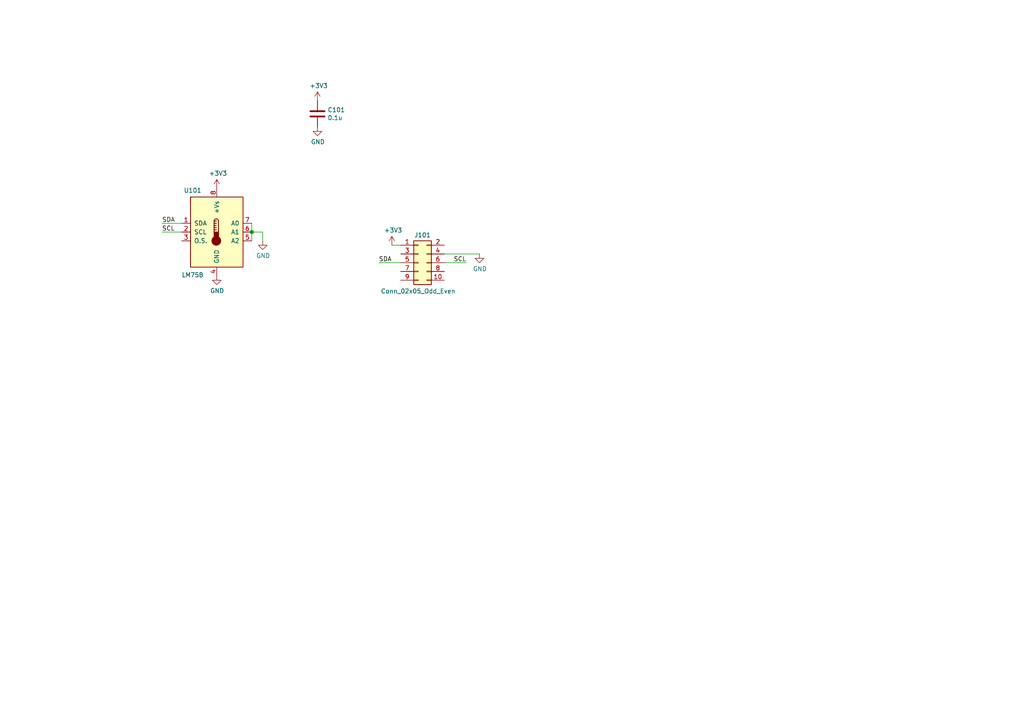
<source format=kicad_sch>
(kicad_sch (version 20201015) (generator eeschema)
  (page 1 1)
  (paper "A4")
  (lib_symbols
    (symbol "Connector_Generic:Conn_02x05_Odd_Even" (pin_names (offset 1.016) hide)
      (property "Reference" "J" (at 1.27 7.62 0))
      (property "Value" "Conn_02x05_Odd_Even" (at 1.27 -7.62 0))
      (symbol "Conn_02x05_Odd_Even_1_1"
        (rectangle (start -1.27 -4.953) (end 0 -5.207) (stroke (width 0.1524)))
        (rectangle (start -1.27 -2.413) (end 0 -2.667) (stroke (width 0.1524)))
        (rectangle (start -1.27 2.667) (end 0 2.413) (stroke (width 0.1524)))
        (rectangle (start -1.27 5.207) (end 0 4.953) (stroke (width 0.1524)))
        (rectangle (start -1.27 6.35) (end 3.81 -6.35) (stroke (width 0.254)) (fill (type background)))
        (rectangle (start -1.27 0.127) (end 0 -0.127) (stroke (width 0.1524)))
        (rectangle (start 3.81 -4.953) (end 2.54 -5.207) (stroke (width 0.1524)))
        (rectangle (start 3.81 -2.413) (end 2.54 -2.667) (stroke (width 0.1524)))
        (rectangle (start 3.81 2.667) (end 2.54 2.413) (stroke (width 0.1524)))
        (rectangle (start 3.81 5.207) (end 2.54 4.953) (stroke (width 0.1524)))
        (rectangle (start 3.81 0.127) (end 2.54 -0.127) (stroke (width 0.1524)))
        (pin passive line (at -5.08 5.08 0) (length 3.81) (name "Pin_1") (number "1"))
        (pin passive line (at 7.62 -5.08 180) (length 3.81) (name "Pin_10") (number "10"))
        (pin passive line (at 7.62 5.08 180) (length 3.81) (name "Pin_2") (number "2"))
        (pin passive line (at -5.08 2.54 0) (length 3.81) (name "Pin_3") (number "3"))
        (pin passive line (at 7.62 2.54 180) (length 3.81) (name "Pin_4") (number "4"))
        (pin passive line (at -5.08 0 0) (length 3.81) (name "Pin_5") (number "5"))
        (pin passive line (at 7.62 0 180) (length 3.81) (name "Pin_6") (number "6"))
        (pin passive line (at -5.08 -2.54 0) (length 3.81) (name "Pin_7") (number "7"))
        (pin passive line (at 7.62 -2.54 180) (length 3.81) (name "Pin_8") (number "8"))
        (pin passive line (at -5.08 -5.08 0) (length 3.81) (name "Pin_9") (number "9"))
      )
    )
    (symbol "Device:C" (pin_numbers hide) (pin_names (offset 0.254))
      (property "Reference" "C" (at 0.635 2.54 0))
      (property "Value" "C" (at 0.635 -2.54 0))
      (symbol "C_0_1"
        (polyline (pts (xy -2.032 -0.762) (xy 2.032 -0.762)) (stroke (width 0.508)))
        (polyline (pts (xy -2.032 0.762) (xy 2.032 0.762)) (stroke (width 0.508)))
      )
      (symbol "C_1_1"
        (pin passive line (at 0 3.81 270) (length 2.794) (name "~") (number "1"))
        (pin passive line (at 0 -3.81 90) (length 2.794) (name "~") (number "2"))
      )
    )
    (symbol "Sensor_Temperature:LM75B" (pin_names (offset 1.016))
      (property "Reference" "U" (at -6.35 11.43 0))
      (property "Value" "LM75B" (at 0 11.43 0))
      (symbol "LM75B_0_1"
        (arc (start 0.508 3.175) (end -0.762 3.175) (radius (at -0.127 3.175) (length 0.635) (angles 0.1 179.9)) (stroke (width 0.254)))
        (circle (center -0.127 -2.54) (radius 1.27) (stroke (width 0.254)) (fill (type outline)))
        (rectangle (start -7.62 10.16) (end 7.62 -10.16) (stroke (width 0.254)) (fill (type background)))
        (rectangle (start 0.508 -1.905) (end -0.762 0) (stroke (width 0.254)) (fill (type outline)))
        (polyline (pts (xy -0.762 0.635) (xy -0.127 0.635)) (stroke (width 0.254)))
        (polyline (pts (xy -0.762 1.27) (xy -0.127 1.27)) (stroke (width 0.254)))
        (polyline (pts (xy -0.762 1.905) (xy -0.127 1.905)) (stroke (width 0.254)))
        (polyline (pts (xy -0.762 2.54) (xy -0.127 2.54)) (stroke (width 0.254)))
        (polyline (pts (xy -0.762 3.175) (xy -0.762 0)) (stroke (width 0.254)))
        (polyline (pts (xy -0.762 3.175) (xy -0.127 3.175)) (stroke (width 0.254)))
        (polyline (pts (xy 0.508 3.175) (xy 0.508 0)) (stroke (width 0.254)))
      )
      (symbol "LM75B_1_1"
        (pin bidirectional line (at -10.16 2.54 0) (length 2.54) (name "SDA") (number "1"))
        (pin input line (at -10.16 0 0) (length 2.54) (name "SCL") (number "2"))
        (pin open_collector line (at -10.16 -2.54 0) (length 2.54) (name "O.S.") (number "3"))
        (pin power_in line (at 0 -12.7 90) (length 2.54) (name "GND") (number "4"))
        (pin input line (at 10.16 -2.54 180) (length 2.54) (name "A2") (number "5"))
        (pin input line (at 10.16 0 180) (length 2.54) (name "A1") (number "6"))
        (pin input line (at 10.16 2.54 180) (length 2.54) (name "A0") (number "7"))
        (pin power_in line (at 0 12.7 270) (length 2.54) (name "+Vs") (number "8"))
      )
    )
    (symbol "power:+3V3" (power) (pin_names (offset 0))
      (property "Value" "+3V3" (at 0 3.556 0))
      (symbol "+3V3_0_1"
        (polyline (pts (xy -0.762 1.27) (xy 0 2.54)))
        (polyline (pts (xy 0 0) (xy 0 2.54)))
        (polyline (pts (xy 0 2.54) (xy 0.762 1.27)))
      )
      (symbol "+3V3_1_1"
        (pin power_in line (at 0 0 90) (length 0) hide (name "+3V3") (number "1"))
      )
    )
    (symbol "power:GND" (power) (pin_names (offset 0))
      (property "Value" "GND" (at 0 -3.81 0))
      (symbol "GND_0_1"
        (polyline (pts (xy 0 0) (xy 0 -1.27) (xy 1.27 -1.27) (xy 0 -2.54) (xy -1.27 -1.27) (xy 0 -1.27)))
      )
      (symbol "GND_1_1"
        (pin power_in line (at 0 0 270) (length 0) hide (name "GND") (number "1"))
      )
    )
  )
  (junction (at 73.025 67.31) (diameter 1.016))
  (wire (pts (xy 46.99 64.77) (xy 52.705 64.77)))
  (wire (pts (xy 46.99 67.31) (xy 52.705 67.31)))
  (wire (pts (xy 73.025 64.77) (xy 73.025 67.31)))
  (wire (pts (xy 73.025 67.31) (xy 73.025 69.85)))
  (wire (pts (xy 73.025 67.31) (xy 76.2 67.31)))
  (wire (pts (xy 76.2 67.31) (xy 76.2 69.85)))
  (wire (pts (xy 109.855 76.2) (xy 116.205 76.2)))
  (wire (pts (xy 113.665 71.12) (xy 116.205 71.12)))
  (wire (pts (xy 128.905 73.66) (xy 139.065 73.66)))
  (wire (pts (xy 128.905 76.2) (xy 135.255 76.2)))
  (label "SDA" (at 46.99 64.77 0))
  (label "SCL" (at 46.99 67.31 0))
  (label "SDA" (at 109.855 76.2 0))
  (label "SCL" (at 135.255 76.2 180))
  (symbol (lib_id "power:+3V3") (at 62.865 54.61 0) (unit 1)
    (property "Reference" "#PWR0102" (effects hide))
    (property "Value" "+3V3" (at 63.2333 50.2856 0))
  )
  (symbol (lib_id "power:+3V3") (at 92.075 29.21 0) (unit 1)
    (property "Reference" "#PWR0104" (effects hide))
    (property "Value" "+3V3" (at 92.4433 24.8856 0))
  )
  (symbol (lib_id "power:+3V3") (at 113.665 71.12 0) (unit 1)
    (property "Reference" "#PWR0106" (effects hide))
    (property "Value" "+3V3" (at 114.0333 66.7956 0))
  )
  (symbol (lib_id "power:GND") (at 62.865 80.01 0) (unit 1)
    (property "Reference" "#PWR0101" (effects hide))
    (property "Value" "GND" (at 62.9793 84.3344 0))
  )
  (symbol (lib_id "power:GND") (at 76.2 69.85 0) (unit 1)
    (property "Reference" "#PWR0103" (effects hide))
    (property "Value" "GND" (at 76.3143 74.1744 0))
  )
  (symbol (lib_id "power:GND") (at 92.075 36.83 0) (unit 1)
    (property "Reference" "#PWR0105" (effects hide))
    (property "Value" "GND" (at 92.1893 41.1544 0))
  )
  (symbol (lib_id "power:GND") (at 139.065 73.66 0) (unit 1)
    (property "Reference" "#PWR0107" (effects hide))
    (property "Value" "GND" (at 139.1793 77.9844 0))
  )
  (symbol (lib_id "Device:C") (at 92.075 33.02 0) (unit 1)
    (property "Reference" "C101" (at 94.9961 31.8706 0) (effects (justify left)))
    (property "Value" "0.1u" (at 94.996 34.169 0) (effects (justify left)))
    (property "Footprint" "Capacitor_SMD:C_0603_1608Metric" (effects hide))
  )
  (symbol (lib_id "Connector_Generic:Conn_02x05_Odd_Even") (at 121.285 76.2 0) (unit 1)
    (property "Reference" "J101" (at 122.555 68.1798 0))
    (property "Value" "Conn_02x05_Odd_Even" (at 121.285 84.4485 0))
    (property "Footprint" "Connector_PinSocket_2.54mm:PinSocket_2x05_P2.54mm_Vertical" (effects hide))
  )
  (symbol (lib_id "Sensor_Temperature:LM75B") (at 62.865 67.31 0) (unit 1)
    (property "Reference" "U101" (at 55.88 55.2258 0))
    (property "Value" "LM75B" (at 55.88 79.7495 0))
    (property "Footprint" "Package_SO:SOIC-8_3.9x4.9mm_P1.27mm" (effects hide))
    (property "Datasheet" "http://www.ti.com/lit/ds/symlink/lm75b.pdf" (effects hide))
  )
)
</source>
